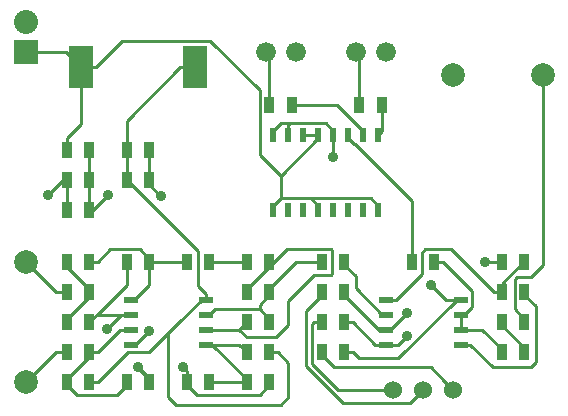
<source format=gtl>
%FSLAX46Y46*%
G04 Gerber Fmt 4.6, Leading zero omitted, Abs format (unit mm)*
G04 Created by KiCad (PCBNEW (2014-09-22 BZR 5144)-product) date Sun 26 Oct 2014 02:54:13 PM CET*
%MOMM*%
G01*
G04 APERTURE LIST*
%ADD10C,0.100000*%
%ADD11R,2.032000X2.032000*%
%ADD12O,2.032000X2.032000*%
%ADD13R,0.889000X1.397000*%
%ADD14C,1.998980*%
%ADD15C,1.676400*%
%ADD16R,1.998980X3.599180*%
%ADD17C,1.524000*%
%ADD18C,2.000000*%
%ADD19R,1.143000X0.508000*%
%ADD20R,0.508000X1.143000*%
%ADD21C,0.889000*%
%ADD22C,0.254000*%
G04 APERTURE END LIST*
D10*
D11*
X158115000Y-59055000D03*
D12*
X158115000Y-56515000D03*
D13*
X163512500Y-72390000D03*
X161607500Y-72390000D03*
X163512500Y-69850000D03*
X161607500Y-69850000D03*
X198437500Y-76835000D03*
X200342500Y-76835000D03*
X166687500Y-69850000D03*
X168592500Y-69850000D03*
X166687500Y-67310000D03*
X168592500Y-67310000D03*
X198437500Y-81915000D03*
X200342500Y-81915000D03*
X163512500Y-84455000D03*
X161607500Y-84455000D03*
X163512500Y-81915000D03*
X161607500Y-81915000D03*
X161607500Y-79375000D03*
X163512500Y-79375000D03*
X161607500Y-76835000D03*
X163512500Y-76835000D03*
D14*
X158115000Y-76835000D03*
X158115000Y-86995000D03*
D13*
X171767500Y-76835000D03*
X173672500Y-76835000D03*
X176847500Y-86995000D03*
X178752500Y-86995000D03*
X176847500Y-79375000D03*
X178752500Y-79375000D03*
D15*
X178435000Y-59055000D03*
X180975000Y-59055000D03*
X186055000Y-59055000D03*
X188595000Y-59055000D03*
D16*
X172466000Y-60325000D03*
X162814000Y-60325000D03*
D13*
X185102500Y-84455000D03*
X183197500Y-84455000D03*
X183197500Y-81915000D03*
X185102500Y-81915000D03*
X163512500Y-67310000D03*
X161607500Y-67310000D03*
X183197500Y-79375000D03*
X185102500Y-79375000D03*
X183197500Y-76835000D03*
X185102500Y-76835000D03*
X198437500Y-79375000D03*
X200342500Y-79375000D03*
X198437500Y-84455000D03*
X200342500Y-84455000D03*
X161607500Y-86995000D03*
X163512500Y-86995000D03*
X168592500Y-86995000D03*
X166687500Y-86995000D03*
X166687500Y-76835000D03*
X168592500Y-76835000D03*
X192722500Y-76835000D03*
X190817500Y-76835000D03*
X176847500Y-76835000D03*
X178752500Y-76835000D03*
X176847500Y-84455000D03*
X178752500Y-84455000D03*
X173672500Y-86995000D03*
X171767500Y-86995000D03*
X178752500Y-63500000D03*
X180657500Y-63500000D03*
X186372500Y-63500000D03*
X188277500Y-63500000D03*
X176847500Y-81915000D03*
X178752500Y-81915000D03*
D17*
X191770000Y-87630000D03*
X189230000Y-87630000D03*
X194310000Y-87630000D03*
D18*
X201919840Y-60960000D03*
X194320160Y-60960000D03*
D19*
X194945000Y-80010000D03*
X194945000Y-81280000D03*
X194945000Y-82550000D03*
X194945000Y-83820000D03*
X188595000Y-83820000D03*
X188595000Y-82550000D03*
X188595000Y-81280000D03*
X188595000Y-80010000D03*
X173355000Y-80010000D03*
X173355000Y-81280000D03*
X173355000Y-82550000D03*
X173355000Y-83820000D03*
X167005000Y-83820000D03*
X167005000Y-82550000D03*
X167005000Y-81280000D03*
X167005000Y-80010000D03*
D20*
X187960000Y-72390000D03*
X185420000Y-72390000D03*
X184150000Y-72390000D03*
X182880000Y-72390000D03*
X181610000Y-72390000D03*
X180340000Y-72390000D03*
X179070000Y-72390000D03*
X179070000Y-66040000D03*
X180340000Y-66040000D03*
X181610000Y-66040000D03*
X182880000Y-66040000D03*
X184150000Y-66040000D03*
X185420000Y-66040000D03*
X186690000Y-66040000D03*
X187960000Y-66040000D03*
X186690000Y-72390000D03*
D21*
X171450000Y-85725000D03*
X190392527Y-83077527D03*
X167640000Y-85725000D03*
X184150000Y-67945000D03*
X160020000Y-71120000D03*
X168529000Y-82677000D03*
X169545000Y-71247000D03*
X192405000Y-78740000D03*
X165100000Y-71120000D03*
X196977000Y-76835000D03*
X190373000Y-81153000D03*
X165024276Y-82474276D03*
D22*
X162814000Y-60325000D02*
X164067490Y-60325000D01*
X164067490Y-60325000D02*
X166248081Y-58144409D01*
X166248081Y-58144409D02*
X173770291Y-58144409D01*
X173770291Y-58144409D02*
X177926999Y-62301117D01*
X177926999Y-62301117D02*
X177926999Y-67754497D01*
X177926999Y-67754497D02*
X179705001Y-69532499D01*
X182880000Y-66040000D02*
X182880000Y-66357500D01*
X182880000Y-66357500D02*
X179705001Y-69532499D01*
X179705001Y-69532499D02*
X179705001Y-71437499D01*
X181610000Y-66040000D02*
X182880000Y-66040000D01*
X187960000Y-72390000D02*
X187960000Y-72072500D01*
X187960000Y-72072500D02*
X187324999Y-71437499D01*
X187324999Y-71437499D02*
X182244999Y-71437499D01*
X179070000Y-72390000D02*
X179070000Y-72072500D01*
X179070000Y-72072500D02*
X179705001Y-71437499D01*
X179705001Y-71437499D02*
X182244999Y-71437499D01*
X182880000Y-72072500D02*
X182880000Y-72390000D01*
X182244999Y-71437499D02*
X182880000Y-72072500D01*
X162814000Y-65151000D02*
X161607500Y-66357500D01*
X161607500Y-66357500D02*
X161607500Y-67310000D01*
X162814000Y-60325000D02*
X162814000Y-65151000D01*
X158115000Y-59055000D02*
X161544000Y-59055000D01*
X161544000Y-59055000D02*
X162814000Y-60325000D01*
X162179000Y-59055000D02*
X162814000Y-59690000D01*
X162814000Y-60071000D02*
X162814000Y-59690000D01*
X162941000Y-59563000D02*
X162814000Y-59690000D01*
X171767500Y-86995000D02*
X171767500Y-86042500D01*
X171767500Y-86042500D02*
X171450000Y-85725000D01*
X188595000Y-83820000D02*
X189650054Y-83820000D01*
X189650054Y-83820000D02*
X190392527Y-83077527D01*
X168084499Y-86169499D02*
X167640000Y-85725000D01*
X167640000Y-85788500D02*
X167640000Y-85725000D01*
X168592500Y-86677500D02*
X168084499Y-86169499D01*
X168592500Y-87312500D02*
X168592500Y-86677500D01*
X168592500Y-86995000D02*
X168592500Y-86741000D01*
X168592500Y-86741000D02*
X167640000Y-85788500D01*
X184150000Y-65722500D02*
X184150000Y-67945000D01*
X179705001Y-65087499D02*
X180907834Y-65087499D01*
X180907834Y-65087499D02*
X183514999Y-65087499D01*
X180340000Y-65214500D02*
X180467001Y-65087499D01*
X180340000Y-66040000D02*
X180340000Y-65214500D01*
X180467001Y-65087499D02*
X180907834Y-65087499D01*
X179070000Y-66040000D02*
X179070000Y-65722500D01*
X179070000Y-65722500D02*
X179705001Y-65087499D01*
X183514999Y-65087499D02*
X184150000Y-65722500D01*
X184150000Y-65722500D02*
X184150000Y-66040000D01*
X171767500Y-87249000D02*
X171767500Y-86995000D01*
X172593001Y-88074501D02*
X171767500Y-87249000D01*
X177926999Y-88074501D02*
X172593001Y-88074501D01*
X178752500Y-87249000D02*
X177926999Y-88074501D01*
X178752500Y-86995000D02*
X178752500Y-87249000D01*
X187769500Y-83820000D02*
X188595000Y-83820000D01*
X187706000Y-83820000D02*
X187769500Y-83820000D01*
X185801000Y-81915000D02*
X187706000Y-83820000D01*
X185102500Y-81915000D02*
X185801000Y-81915000D01*
X161607500Y-69850000D02*
X161607500Y-72390000D01*
X168592500Y-69850000D02*
X168592500Y-67310000D01*
X171767500Y-86995000D02*
X171767500Y-86677500D01*
X161290000Y-69850000D02*
X160020000Y-71120000D01*
X161607500Y-69850000D02*
X161290000Y-69850000D01*
X188595000Y-83820000D02*
X188912500Y-83820000D01*
X167386000Y-83820000D02*
X168529000Y-82677000D01*
X167005000Y-83820000D02*
X167386000Y-83820000D01*
X160655000Y-84455000D02*
X158115000Y-86995000D01*
X161607500Y-84455000D02*
X160655000Y-84455000D01*
X168592500Y-70294500D02*
X169545000Y-71247000D01*
X168592500Y-69850000D02*
X168592500Y-70294500D01*
X192405000Y-78740000D02*
X193675000Y-80010000D01*
X193675000Y-80010000D02*
X194945000Y-80010000D01*
X163512500Y-72390000D02*
X163830000Y-72390000D01*
X163830000Y-72390000D02*
X165100000Y-71120000D01*
X194627500Y-80010000D02*
X194945000Y-80010000D01*
X163512500Y-69850000D02*
X163512500Y-67310000D01*
X189674500Y-84963000D02*
X194627500Y-80010000D01*
X186309000Y-84963000D02*
X189674500Y-84963000D01*
X185801000Y-84455000D02*
X186309000Y-84963000D01*
X185102500Y-84455000D02*
X185801000Y-84455000D01*
X163512500Y-72136000D02*
X163512500Y-69850000D01*
X163512500Y-72390000D02*
X163512500Y-72136000D01*
X188023500Y-82550000D02*
X188595000Y-82550000D01*
X185102500Y-79629000D02*
X188023500Y-82550000D01*
X185102500Y-79375000D02*
X185102500Y-79629000D01*
X198437500Y-76835000D02*
X196977000Y-76835000D01*
X188976000Y-82550000D02*
X188595000Y-82550000D01*
X190373000Y-81153000D02*
X188976000Y-82550000D01*
X200266302Y-76835000D02*
X200342500Y-76835000D01*
X198437500Y-78663802D02*
X200266302Y-76835000D01*
X198437500Y-79375000D02*
X198437500Y-78663802D01*
X200342500Y-77216000D02*
X200342500Y-76835000D01*
X198437500Y-79375000D02*
X198437500Y-79121000D01*
X189471302Y-80010000D02*
X189420500Y-80010000D01*
X191643001Y-76085697D02*
X191643001Y-77838301D01*
X191643001Y-77838301D02*
X189471302Y-80010000D01*
X191973199Y-75755499D02*
X191643001Y-76085697D01*
X194119499Y-75755499D02*
X191973199Y-75755499D01*
X197739000Y-79375000D02*
X194119499Y-75755499D01*
X189420500Y-80010000D02*
X188595000Y-80010000D01*
X198437500Y-79375000D02*
X197739000Y-79375000D01*
X168592499Y-84455001D02*
X171148540Y-81898960D01*
X163512500Y-86995000D02*
X164211000Y-86995000D01*
X166750999Y-84455001D02*
X168592499Y-84455001D01*
X164211000Y-86995000D02*
X166750999Y-84455001D01*
X172720000Y-78867000D02*
X172720000Y-75882500D01*
X172720000Y-75882500D02*
X166687500Y-69850000D01*
X173355000Y-80010000D02*
X173355000Y-79502000D01*
X173355000Y-79502000D02*
X172720000Y-78867000D01*
X172466000Y-60325000D02*
X171212510Y-60325000D01*
X171212510Y-60325000D02*
X166687500Y-64850010D01*
X166687500Y-64850010D02*
X166687500Y-66357500D01*
X166687500Y-66357500D02*
X166687500Y-67310000D01*
X173037500Y-80010000D02*
X173355000Y-80010000D01*
X171148540Y-81898960D02*
X173037500Y-80010000D01*
X170180000Y-88265000D02*
X170180000Y-82867500D01*
X179705000Y-88900000D02*
X170815000Y-88900000D01*
X180340000Y-88265000D02*
X179705000Y-88900000D01*
X170180000Y-82867500D02*
X171148540Y-81898960D01*
X170815000Y-88900000D02*
X170180000Y-88265000D01*
X180340000Y-85344000D02*
X180340000Y-88265000D01*
X179451000Y-84455000D02*
X180340000Y-85344000D01*
X178752500Y-84455000D02*
X179451000Y-84455000D01*
X166687500Y-67310000D02*
X166687500Y-69850000D01*
X200342500Y-84074000D02*
X200342500Y-84455000D01*
X198437500Y-82169000D02*
X200342500Y-84074000D01*
X198437500Y-81915000D02*
X198437500Y-82169000D01*
X201919840Y-60960000D02*
X201919840Y-77086462D01*
X201919840Y-77086462D02*
X200901302Y-78105000D01*
X200901302Y-78105000D02*
X199714736Y-78105000D01*
X199714736Y-78105000D02*
X199516999Y-78302737D01*
X199516999Y-78302737D02*
X199516999Y-80835499D01*
X199516999Y-80835499D02*
X200342500Y-81661000D01*
X200342500Y-81661000D02*
X200342500Y-81915000D01*
X161607500Y-87249000D02*
X161607500Y-86995000D01*
X162433001Y-88074501D02*
X161607500Y-87249000D01*
X165861999Y-88074501D02*
X162433001Y-88074501D01*
X166687500Y-87249000D02*
X165861999Y-88074501D01*
X166687500Y-86995000D02*
X166687500Y-87249000D01*
X163512500Y-84836000D02*
X163512500Y-84455000D01*
X161607500Y-86741000D02*
X163512500Y-84836000D01*
X161607500Y-86995000D02*
X161607500Y-86741000D01*
X166179500Y-82550000D02*
X167005000Y-82550000D01*
X166116000Y-82550000D02*
X166179500Y-82550000D01*
X164211000Y-84455000D02*
X166116000Y-82550000D01*
X163512500Y-84455000D02*
X164211000Y-84455000D01*
X165024276Y-82474276D02*
X166218552Y-81280000D01*
X166218552Y-81280000D02*
X167005000Y-81280000D01*
X164147500Y-81280000D02*
X163512500Y-81915000D01*
X167005000Y-81280000D02*
X164147500Y-81280000D01*
X166687500Y-78740000D02*
X166687500Y-76835000D01*
X164147500Y-81280000D02*
X166687500Y-78740000D01*
X161607500Y-81661000D02*
X161607500Y-81915000D01*
X163512500Y-79756000D02*
X161607500Y-81661000D01*
X163512500Y-79375000D02*
X163512500Y-79756000D01*
X163512500Y-79121000D02*
X163512500Y-79375000D01*
X161607500Y-77216000D02*
X163512500Y-79121000D01*
X161607500Y-76835000D02*
X161607500Y-77216000D01*
X160909000Y-79375000D02*
X161607500Y-79375000D01*
X160655000Y-79375000D02*
X160909000Y-79375000D01*
X158115000Y-76835000D02*
X160655000Y-79375000D01*
X168592500Y-77787500D02*
X168592500Y-76835000D01*
X168592500Y-78740000D02*
X168592500Y-77787500D01*
X167322500Y-80010000D02*
X168592500Y-78740000D01*
X167005000Y-80010000D02*
X167322500Y-80010000D01*
X168592500Y-76835000D02*
X171767500Y-76835000D01*
X168592500Y-76581000D02*
X168592500Y-76835000D01*
X167766999Y-75755499D02*
X168592500Y-76581000D01*
X165290501Y-75755499D02*
X167766999Y-75755499D01*
X164211000Y-76835000D02*
X165290501Y-75755499D01*
X163512500Y-76835000D02*
X164211000Y-76835000D01*
X173672500Y-76835000D02*
X176847500Y-76835000D01*
X176212500Y-83820000D02*
X176847500Y-84455000D01*
X173355000Y-83820000D02*
X176212500Y-83820000D01*
X173926500Y-83820000D02*
X173355000Y-83820000D01*
X176847500Y-86741000D02*
X173926500Y-83820000D01*
X176847500Y-86995000D02*
X176847500Y-86741000D01*
X176847500Y-86995000D02*
X173672500Y-86995000D01*
X178752500Y-77216000D02*
X178752500Y-76835000D01*
X176847500Y-79121000D02*
X178752500Y-77216000D01*
X176212500Y-82550000D02*
X176847500Y-81915000D01*
X173355000Y-82550000D02*
X176212500Y-82550000D01*
X176847500Y-82169000D02*
X176847500Y-81915000D01*
X178752500Y-76835000D02*
X178752500Y-77089000D01*
X176847500Y-79375000D02*
X176847500Y-79121000D01*
X176847500Y-83185000D02*
X176212500Y-82550000D01*
X179311302Y-83185000D02*
X176847500Y-83185000D01*
X180340000Y-80149700D02*
X180340000Y-82156302D01*
X182575199Y-77914501D02*
X180340000Y-80149700D01*
X183946801Y-77914501D02*
X182575199Y-77914501D01*
X184023001Y-77838301D02*
X183946801Y-77914501D01*
X180340000Y-82156302D02*
X179311302Y-83185000D01*
X184023001Y-75831699D02*
X184023001Y-77838301D01*
X183946801Y-75755499D02*
X184023001Y-75831699D01*
X180213001Y-75755499D02*
X183946801Y-75755499D01*
X176847500Y-79121000D02*
X180213001Y-75755499D01*
X178752500Y-81661000D02*
X178752500Y-81915000D01*
X177926999Y-80835499D02*
X178752500Y-81661000D01*
X174117001Y-80835499D02*
X177926999Y-80835499D01*
X173672500Y-81280000D02*
X174117001Y-80835499D01*
X173355000Y-81280000D02*
X173672500Y-81280000D01*
X177926999Y-80454501D02*
X177926999Y-80835499D01*
X178752500Y-79629000D02*
X177926999Y-80454501D01*
X178752500Y-79375000D02*
X178752500Y-79629000D01*
X182499000Y-76835000D02*
X183197500Y-76835000D01*
X181038500Y-76835000D02*
X182499000Y-76835000D01*
X178752500Y-79121000D02*
X181038500Y-76835000D01*
X178752500Y-79375000D02*
X178752500Y-79121000D01*
X178752500Y-63500000D02*
X178752500Y-59372500D01*
X178752500Y-59372500D02*
X178435000Y-59055000D01*
X186372500Y-63500000D02*
X186372500Y-59372500D01*
X186372500Y-59372500D02*
X186055000Y-59055000D01*
X193548001Y-86868001D02*
X194310000Y-87630000D01*
X192405000Y-85725000D02*
X193548001Y-86868001D01*
X184213500Y-85725000D02*
X192405000Y-85725000D01*
X183197500Y-84709000D02*
X184213500Y-85725000D01*
X183197500Y-84455000D02*
X183197500Y-84709000D01*
X188152370Y-87630000D02*
X189230000Y-87630000D01*
X184543698Y-87630000D02*
X188152370Y-87630000D01*
X182371999Y-85458301D02*
X184543698Y-87630000D01*
X182371999Y-82042001D02*
X182371999Y-85458301D01*
X182499000Y-81915000D02*
X182371999Y-82042001D01*
X183197500Y-81915000D02*
X182499000Y-81915000D01*
X184968265Y-88773001D02*
X190626999Y-88773001D01*
X191008001Y-88391999D02*
X191770000Y-87630000D01*
X181863990Y-85668726D02*
X184968265Y-88773001D01*
X190626999Y-88773001D02*
X191008001Y-88391999D01*
X181863990Y-80962510D02*
X181863990Y-85668726D01*
X183197500Y-79629000D02*
X181863990Y-80962510D01*
X183197500Y-79375000D02*
X183197500Y-79629000D01*
X185102500Y-77089000D02*
X185102500Y-76835000D01*
X186055000Y-78041500D02*
X185102500Y-77089000D01*
X186055000Y-79057500D02*
X186055000Y-78041500D01*
X188277500Y-81280000D02*
X186055000Y-79057500D01*
X188595000Y-81280000D02*
X188277500Y-81280000D01*
X195770500Y-83820000D02*
X194945000Y-83820000D01*
X197675500Y-85725000D02*
X195770500Y-83820000D01*
X200901302Y-85725000D02*
X197675500Y-85725000D01*
X201295000Y-85331302D02*
X200901302Y-85725000D01*
X201295000Y-80581500D02*
X201295000Y-85331302D01*
X200342500Y-79629000D02*
X201295000Y-80581500D01*
X200342500Y-79375000D02*
X200342500Y-79629000D01*
X195262500Y-81280000D02*
X194945000Y-81280000D01*
X195897501Y-80644999D02*
X195262500Y-81280000D01*
X195897501Y-79311501D02*
X195897501Y-80644999D01*
X193421000Y-76835000D02*
X195897501Y-79311501D01*
X192722500Y-76835000D02*
X193421000Y-76835000D01*
X194945000Y-81280000D02*
X194945000Y-82550000D01*
X198437500Y-84201000D02*
X198437500Y-84455000D01*
X196786500Y-82550000D02*
X198437500Y-84201000D01*
X194945000Y-82550000D02*
X196786500Y-82550000D01*
X190817500Y-76835000D02*
X190817500Y-71678802D01*
X185928000Y-66865500D02*
X185420000Y-66357500D01*
X190817500Y-71678802D02*
X186004198Y-66865500D01*
X186004198Y-66865500D02*
X185928000Y-66865500D01*
X185420000Y-66357500D02*
X185420000Y-66040000D01*
X180657500Y-63500000D02*
X184467500Y-63500000D01*
X184467500Y-63500000D02*
X186690000Y-65722500D01*
X186690000Y-65722500D02*
X186690000Y-66040000D01*
X188277500Y-63500000D02*
X188277500Y-65722500D01*
X188277500Y-65722500D02*
X187960000Y-66040000D01*
M02*

</source>
